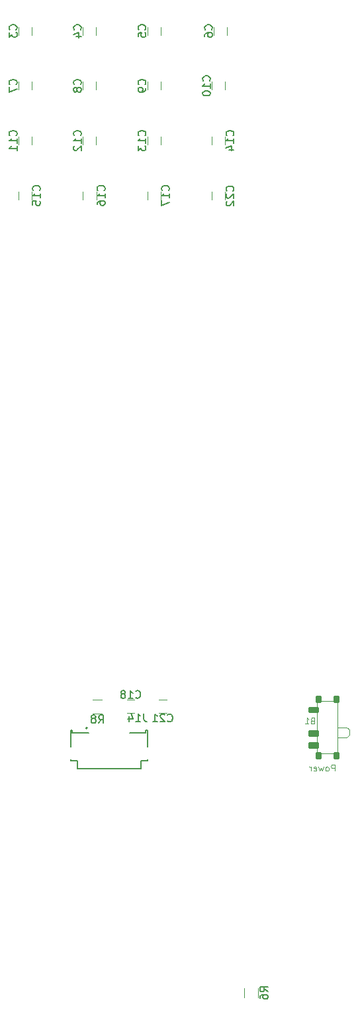
<source format=gbo>
G04 #@! TF.FileFunction,Legend,Bot*
%FSLAX46Y46*%
G04 Gerber Fmt 4.6, Leading zero omitted, Abs format (unit mm)*
G04 Created by KiCad (PCBNEW 4.0.7-e2-6376~58~ubuntu14.04.1) date Tue Sep  5 20:37:50 2017*
%MOMM*%
%LPD*%
G01*
G04 APERTURE LIST*
%ADD10C,0.100000*%
%ADD11C,0.381000*%
%ADD12C,0.120000*%
%ADD13C,0.150000*%
%ADD14C,0.050000*%
G04 APERTURE END LIST*
D10*
D11*
G36*
X154700000Y-116949800D02*
X154700000Y-117350000D01*
X155599900Y-117350000D01*
X155599900Y-116949800D01*
X154700000Y-116949800D01*
G37*
X154700000Y-116949800D02*
X154700000Y-117350000D01*
X155599900Y-117350000D01*
X155599900Y-116949800D01*
X154700000Y-116949800D01*
D10*
X155600000Y-122750000D02*
X155600000Y-116050000D01*
X155600000Y-116050000D02*
X158200000Y-116050000D01*
X158200000Y-119400000D02*
X158200000Y-120700000D01*
X158200000Y-120700000D02*
X158200000Y-122750000D01*
X158200000Y-122750000D02*
X155600000Y-122750000D01*
D11*
G36*
X154700000Y-119950107D02*
X154700000Y-120350000D01*
X155599750Y-120350000D01*
X155599750Y-119950107D01*
X154700000Y-119950107D01*
G37*
X154700000Y-119950107D02*
X154700000Y-120350000D01*
X155599750Y-120350000D01*
X155599750Y-119950107D01*
X154700000Y-119950107D01*
G36*
X154700000Y-121451750D02*
X154700000Y-121850000D01*
X155598890Y-121850000D01*
X155598890Y-121451750D01*
X154700000Y-121451750D01*
G37*
X154700000Y-121451750D02*
X154700000Y-121850000D01*
X155598890Y-121850000D01*
X155598890Y-121451750D01*
X154700000Y-121451750D01*
G36*
X155550000Y-122752280D02*
X155550000Y-123250000D01*
X155949355Y-123250000D01*
X155949355Y-122752280D01*
X155550000Y-122752280D01*
G37*
X155550000Y-122752280D02*
X155550000Y-123250000D01*
X155949355Y-123250000D01*
X155949355Y-122752280D01*
X155550000Y-122752280D01*
G36*
X157850000Y-122750250D02*
X157850000Y-123250000D01*
X158250100Y-123250000D01*
X158250100Y-122750250D01*
X157850000Y-122750250D01*
G37*
X157850000Y-122750250D02*
X157850000Y-123250000D01*
X158250100Y-123250000D01*
X158250100Y-122750250D01*
X157850000Y-122750250D01*
G36*
X157850000Y-115543090D02*
X157850000Y-116050000D01*
X158252420Y-116050000D01*
X158252420Y-115543090D01*
X157850000Y-115543090D01*
G37*
X157850000Y-115543090D02*
X157850000Y-116050000D01*
X158252420Y-116050000D01*
X158252420Y-115543090D01*
X157850000Y-115543090D01*
G36*
X155550000Y-115543150D02*
X155550000Y-116050000D01*
X155948309Y-116050000D01*
X155948309Y-115543150D01*
X155550000Y-115543150D01*
G37*
X155550000Y-115543150D02*
X155550000Y-116050000D01*
X155948309Y-116050000D01*
X155948309Y-115543150D01*
X155550000Y-115543150D01*
D10*
X158200000Y-119400000D02*
X159400000Y-119400000D01*
X159400000Y-119400000D02*
X159700000Y-119700000D01*
X159700000Y-119700000D02*
X159700000Y-120400000D01*
X159700000Y-120400000D02*
X159400000Y-120700000D01*
X159400000Y-120700000D02*
X158200000Y-120700000D01*
X158200000Y-119400000D02*
X158200000Y-116050000D01*
D12*
X117400000Y-31000000D02*
X117400000Y-30000000D01*
X119100000Y-30000000D02*
X119100000Y-31000000D01*
X125650000Y-31000000D02*
X125650000Y-30000000D01*
X127350000Y-30000000D02*
X127350000Y-31000000D01*
X133900000Y-31000000D02*
X133900000Y-30000000D01*
X135600000Y-30000000D02*
X135600000Y-31000000D01*
X142400000Y-31000000D02*
X142400000Y-30000000D01*
X144100000Y-30000000D02*
X144100000Y-31000000D01*
X117400000Y-38000000D02*
X117400000Y-37000000D01*
X119100000Y-37000000D02*
X119100000Y-38000000D01*
X125650000Y-38000000D02*
X125650000Y-37000000D01*
X127350000Y-37000000D02*
X127350000Y-38000000D01*
X133900000Y-38000000D02*
X133900000Y-37000000D01*
X135600000Y-37000000D02*
X135600000Y-38000000D01*
X142150000Y-38000000D02*
X142150000Y-37000000D01*
X143850000Y-37000000D02*
X143850000Y-38000000D01*
X117400000Y-45000000D02*
X117400000Y-44000000D01*
X119100000Y-44000000D02*
X119100000Y-45000000D01*
X125650000Y-45000000D02*
X125650000Y-44000000D01*
X127350000Y-44000000D02*
X127350000Y-45000000D01*
X133900000Y-45000000D02*
X133900000Y-44000000D01*
X135600000Y-44000000D02*
X135600000Y-45000000D01*
X143860000Y-44000000D02*
X143860000Y-45000000D01*
X142160000Y-45000000D02*
X142160000Y-44000000D01*
X119100000Y-51000000D02*
X119100000Y-52000000D01*
X117400000Y-52000000D02*
X117400000Y-51000000D01*
X127360000Y-51000000D02*
X127360000Y-52000000D01*
X125660000Y-52000000D02*
X125660000Y-51000000D01*
X135600000Y-51000000D02*
X135600000Y-52000000D01*
X133900000Y-52000000D02*
X133900000Y-51000000D01*
X131250000Y-115900000D02*
X132250000Y-115900000D01*
X132250000Y-117600000D02*
X131250000Y-117600000D01*
X136350000Y-117600000D02*
X135350000Y-117600000D01*
X135350000Y-115900000D02*
X136350000Y-115900000D01*
D13*
X126200000Y-119500000D02*
G75*
G03X126200000Y-119500000I-100000J0D01*
G01*
X124300000Y-120100000D02*
X126400000Y-120100000D01*
X133700000Y-120100000D02*
X131600000Y-120100000D01*
X124100000Y-123700000D02*
X124100000Y-123500000D01*
X124100000Y-119800000D02*
X124100000Y-121900000D01*
X133900000Y-123500000D02*
X133900000Y-123700000D01*
X133900000Y-120200000D02*
X133900000Y-121900000D01*
X133900000Y-123700000D02*
X133100000Y-123700000D01*
X133100000Y-123700000D02*
X133100000Y-124700000D01*
X133100000Y-124700000D02*
X124900000Y-124700000D01*
X124900000Y-124700000D02*
X124900000Y-123700000D01*
X124900000Y-123700000D02*
X124100000Y-123700000D01*
X124100000Y-119800000D02*
X124300000Y-119800000D01*
X124300000Y-119800000D02*
X124300000Y-120100000D01*
X133700000Y-120100000D02*
X133700000Y-119800000D01*
X133700000Y-119800000D02*
X133900000Y-119800000D01*
X133900000Y-119800000D02*
X133900000Y-120200000D01*
D12*
X146320000Y-152700000D02*
X146320000Y-153900000D01*
X148080000Y-153900000D02*
X148080000Y-152700000D01*
X128100000Y-115870000D02*
X126900000Y-115870000D01*
X126900000Y-117630000D02*
X128100000Y-117630000D01*
X143850000Y-51060000D02*
X143850000Y-52060000D01*
X142150000Y-52060000D02*
X142150000Y-51060000D01*
D14*
X155023996Y-118542824D02*
X154909644Y-118580941D01*
X154871527Y-118619058D01*
X154833410Y-118695292D01*
X154833410Y-118809644D01*
X154871527Y-118885878D01*
X154909644Y-118923996D01*
X154985879Y-118962113D01*
X155290816Y-118962113D01*
X155290816Y-118161652D01*
X155023996Y-118161652D01*
X154947761Y-118199769D01*
X154909644Y-118237886D01*
X154871527Y-118314121D01*
X154871527Y-118390355D01*
X154909644Y-118466589D01*
X154947761Y-118504707D01*
X155023996Y-118542824D01*
X155290816Y-118542824D01*
X154071066Y-118962113D02*
X154528472Y-118962113D01*
X154299769Y-118962113D02*
X154299769Y-118161652D01*
X154376003Y-118276003D01*
X154452238Y-118352238D01*
X154528472Y-118390355D01*
X157846728Y-124973472D02*
X157846728Y-124172816D01*
X157541716Y-124172816D01*
X157465463Y-124210942D01*
X157427336Y-124249068D01*
X157389210Y-124325321D01*
X157389210Y-124439701D01*
X157427336Y-124515954D01*
X157465463Y-124554080D01*
X157541716Y-124592207D01*
X157846728Y-124592207D01*
X156931692Y-124973472D02*
X157007945Y-124935345D01*
X157046072Y-124897219D01*
X157084198Y-124820966D01*
X157084198Y-124592207D01*
X157046072Y-124515954D01*
X157007945Y-124477827D01*
X156931692Y-124439701D01*
X156817313Y-124439701D01*
X156741060Y-124477827D01*
X156702933Y-124515954D01*
X156664807Y-124592207D01*
X156664807Y-124820966D01*
X156702933Y-124897219D01*
X156741060Y-124935345D01*
X156817313Y-124973472D01*
X156931692Y-124973472D01*
X156397922Y-124439701D02*
X156245416Y-124973472D01*
X156092910Y-124592207D01*
X155940404Y-124973472D01*
X155787898Y-124439701D01*
X155177875Y-124935345D02*
X155254128Y-124973472D01*
X155406634Y-124973472D01*
X155482887Y-124935345D01*
X155521013Y-124859092D01*
X155521013Y-124554080D01*
X155482887Y-124477827D01*
X155406634Y-124439701D01*
X155254128Y-124439701D01*
X155177875Y-124477827D01*
X155139748Y-124554080D01*
X155139748Y-124630333D01*
X155521013Y-124706586D01*
X154796610Y-124973472D02*
X154796610Y-124439701D01*
X154796610Y-124592207D02*
X154758483Y-124515954D01*
X154720357Y-124477827D01*
X154644104Y-124439701D01*
X154567851Y-124439701D01*
D13*
X117107143Y-30333334D02*
X117154762Y-30285715D01*
X117202381Y-30142858D01*
X117202381Y-30047620D01*
X117154762Y-29904762D01*
X117059524Y-29809524D01*
X116964286Y-29761905D01*
X116773810Y-29714286D01*
X116630952Y-29714286D01*
X116440476Y-29761905D01*
X116345238Y-29809524D01*
X116250000Y-29904762D01*
X116202381Y-30047620D01*
X116202381Y-30142858D01*
X116250000Y-30285715D01*
X116297619Y-30333334D01*
X116202381Y-30666667D02*
X116202381Y-31285715D01*
X116583333Y-30952381D01*
X116583333Y-31095239D01*
X116630952Y-31190477D01*
X116678571Y-31238096D01*
X116773810Y-31285715D01*
X117011905Y-31285715D01*
X117107143Y-31238096D01*
X117154762Y-31190477D01*
X117202381Y-31095239D01*
X117202381Y-30809524D01*
X117154762Y-30714286D01*
X117107143Y-30666667D01*
X125357143Y-30333334D02*
X125404762Y-30285715D01*
X125452381Y-30142858D01*
X125452381Y-30047620D01*
X125404762Y-29904762D01*
X125309524Y-29809524D01*
X125214286Y-29761905D01*
X125023810Y-29714286D01*
X124880952Y-29714286D01*
X124690476Y-29761905D01*
X124595238Y-29809524D01*
X124500000Y-29904762D01*
X124452381Y-30047620D01*
X124452381Y-30142858D01*
X124500000Y-30285715D01*
X124547619Y-30333334D01*
X124785714Y-31190477D02*
X125452381Y-31190477D01*
X124404762Y-30952381D02*
X125119048Y-30714286D01*
X125119048Y-31333334D01*
X133607143Y-30333334D02*
X133654762Y-30285715D01*
X133702381Y-30142858D01*
X133702381Y-30047620D01*
X133654762Y-29904762D01*
X133559524Y-29809524D01*
X133464286Y-29761905D01*
X133273810Y-29714286D01*
X133130952Y-29714286D01*
X132940476Y-29761905D01*
X132845238Y-29809524D01*
X132750000Y-29904762D01*
X132702381Y-30047620D01*
X132702381Y-30142858D01*
X132750000Y-30285715D01*
X132797619Y-30333334D01*
X132702381Y-31238096D02*
X132702381Y-30761905D01*
X133178571Y-30714286D01*
X133130952Y-30761905D01*
X133083333Y-30857143D01*
X133083333Y-31095239D01*
X133130952Y-31190477D01*
X133178571Y-31238096D01*
X133273810Y-31285715D01*
X133511905Y-31285715D01*
X133607143Y-31238096D01*
X133654762Y-31190477D01*
X133702381Y-31095239D01*
X133702381Y-30857143D01*
X133654762Y-30761905D01*
X133607143Y-30714286D01*
X142107143Y-30333334D02*
X142154762Y-30285715D01*
X142202381Y-30142858D01*
X142202381Y-30047620D01*
X142154762Y-29904762D01*
X142059524Y-29809524D01*
X141964286Y-29761905D01*
X141773810Y-29714286D01*
X141630952Y-29714286D01*
X141440476Y-29761905D01*
X141345238Y-29809524D01*
X141250000Y-29904762D01*
X141202381Y-30047620D01*
X141202381Y-30142858D01*
X141250000Y-30285715D01*
X141297619Y-30333334D01*
X141202381Y-31190477D02*
X141202381Y-31000000D01*
X141250000Y-30904762D01*
X141297619Y-30857143D01*
X141440476Y-30761905D01*
X141630952Y-30714286D01*
X142011905Y-30714286D01*
X142107143Y-30761905D01*
X142154762Y-30809524D01*
X142202381Y-30904762D01*
X142202381Y-31095239D01*
X142154762Y-31190477D01*
X142107143Y-31238096D01*
X142011905Y-31285715D01*
X141773810Y-31285715D01*
X141678571Y-31238096D01*
X141630952Y-31190477D01*
X141583333Y-31095239D01*
X141583333Y-30904762D01*
X141630952Y-30809524D01*
X141678571Y-30761905D01*
X141773810Y-30714286D01*
X117107143Y-37333334D02*
X117154762Y-37285715D01*
X117202381Y-37142858D01*
X117202381Y-37047620D01*
X117154762Y-36904762D01*
X117059524Y-36809524D01*
X116964286Y-36761905D01*
X116773810Y-36714286D01*
X116630952Y-36714286D01*
X116440476Y-36761905D01*
X116345238Y-36809524D01*
X116250000Y-36904762D01*
X116202381Y-37047620D01*
X116202381Y-37142858D01*
X116250000Y-37285715D01*
X116297619Y-37333334D01*
X116202381Y-37666667D02*
X116202381Y-38333334D01*
X117202381Y-37904762D01*
X125357143Y-37333334D02*
X125404762Y-37285715D01*
X125452381Y-37142858D01*
X125452381Y-37047620D01*
X125404762Y-36904762D01*
X125309524Y-36809524D01*
X125214286Y-36761905D01*
X125023810Y-36714286D01*
X124880952Y-36714286D01*
X124690476Y-36761905D01*
X124595238Y-36809524D01*
X124500000Y-36904762D01*
X124452381Y-37047620D01*
X124452381Y-37142858D01*
X124500000Y-37285715D01*
X124547619Y-37333334D01*
X124880952Y-37904762D02*
X124833333Y-37809524D01*
X124785714Y-37761905D01*
X124690476Y-37714286D01*
X124642857Y-37714286D01*
X124547619Y-37761905D01*
X124500000Y-37809524D01*
X124452381Y-37904762D01*
X124452381Y-38095239D01*
X124500000Y-38190477D01*
X124547619Y-38238096D01*
X124642857Y-38285715D01*
X124690476Y-38285715D01*
X124785714Y-38238096D01*
X124833333Y-38190477D01*
X124880952Y-38095239D01*
X124880952Y-37904762D01*
X124928571Y-37809524D01*
X124976190Y-37761905D01*
X125071429Y-37714286D01*
X125261905Y-37714286D01*
X125357143Y-37761905D01*
X125404762Y-37809524D01*
X125452381Y-37904762D01*
X125452381Y-38095239D01*
X125404762Y-38190477D01*
X125357143Y-38238096D01*
X125261905Y-38285715D01*
X125071429Y-38285715D01*
X124976190Y-38238096D01*
X124928571Y-38190477D01*
X124880952Y-38095239D01*
X133607143Y-37333334D02*
X133654762Y-37285715D01*
X133702381Y-37142858D01*
X133702381Y-37047620D01*
X133654762Y-36904762D01*
X133559524Y-36809524D01*
X133464286Y-36761905D01*
X133273810Y-36714286D01*
X133130952Y-36714286D01*
X132940476Y-36761905D01*
X132845238Y-36809524D01*
X132750000Y-36904762D01*
X132702381Y-37047620D01*
X132702381Y-37142858D01*
X132750000Y-37285715D01*
X132797619Y-37333334D01*
X133702381Y-37809524D02*
X133702381Y-38000000D01*
X133654762Y-38095239D01*
X133607143Y-38142858D01*
X133464286Y-38238096D01*
X133273810Y-38285715D01*
X132892857Y-38285715D01*
X132797619Y-38238096D01*
X132750000Y-38190477D01*
X132702381Y-38095239D01*
X132702381Y-37904762D01*
X132750000Y-37809524D01*
X132797619Y-37761905D01*
X132892857Y-37714286D01*
X133130952Y-37714286D01*
X133226190Y-37761905D01*
X133273810Y-37809524D01*
X133321429Y-37904762D01*
X133321429Y-38095239D01*
X133273810Y-38190477D01*
X133226190Y-38238096D01*
X133130952Y-38285715D01*
X141857143Y-36857143D02*
X141904762Y-36809524D01*
X141952381Y-36666667D01*
X141952381Y-36571429D01*
X141904762Y-36428571D01*
X141809524Y-36333333D01*
X141714286Y-36285714D01*
X141523810Y-36238095D01*
X141380952Y-36238095D01*
X141190476Y-36285714D01*
X141095238Y-36333333D01*
X141000000Y-36428571D01*
X140952381Y-36571429D01*
X140952381Y-36666667D01*
X141000000Y-36809524D01*
X141047619Y-36857143D01*
X141952381Y-37809524D02*
X141952381Y-37238095D01*
X141952381Y-37523809D02*
X140952381Y-37523809D01*
X141095238Y-37428571D01*
X141190476Y-37333333D01*
X141238095Y-37238095D01*
X140952381Y-38428571D02*
X140952381Y-38523810D01*
X141000000Y-38619048D01*
X141047619Y-38666667D01*
X141142857Y-38714286D01*
X141333333Y-38761905D01*
X141571429Y-38761905D01*
X141761905Y-38714286D01*
X141857143Y-38666667D01*
X141904762Y-38619048D01*
X141952381Y-38523810D01*
X141952381Y-38428571D01*
X141904762Y-38333333D01*
X141857143Y-38285714D01*
X141761905Y-38238095D01*
X141571429Y-38190476D01*
X141333333Y-38190476D01*
X141142857Y-38238095D01*
X141047619Y-38285714D01*
X141000000Y-38333333D01*
X140952381Y-38428571D01*
X117107143Y-43857143D02*
X117154762Y-43809524D01*
X117202381Y-43666667D01*
X117202381Y-43571429D01*
X117154762Y-43428571D01*
X117059524Y-43333333D01*
X116964286Y-43285714D01*
X116773810Y-43238095D01*
X116630952Y-43238095D01*
X116440476Y-43285714D01*
X116345238Y-43333333D01*
X116250000Y-43428571D01*
X116202381Y-43571429D01*
X116202381Y-43666667D01*
X116250000Y-43809524D01*
X116297619Y-43857143D01*
X117202381Y-44809524D02*
X117202381Y-44238095D01*
X117202381Y-44523809D02*
X116202381Y-44523809D01*
X116345238Y-44428571D01*
X116440476Y-44333333D01*
X116488095Y-44238095D01*
X117202381Y-45761905D02*
X117202381Y-45190476D01*
X117202381Y-45476190D02*
X116202381Y-45476190D01*
X116345238Y-45380952D01*
X116440476Y-45285714D01*
X116488095Y-45190476D01*
X125357143Y-43857143D02*
X125404762Y-43809524D01*
X125452381Y-43666667D01*
X125452381Y-43571429D01*
X125404762Y-43428571D01*
X125309524Y-43333333D01*
X125214286Y-43285714D01*
X125023810Y-43238095D01*
X124880952Y-43238095D01*
X124690476Y-43285714D01*
X124595238Y-43333333D01*
X124500000Y-43428571D01*
X124452381Y-43571429D01*
X124452381Y-43666667D01*
X124500000Y-43809524D01*
X124547619Y-43857143D01*
X125452381Y-44809524D02*
X125452381Y-44238095D01*
X125452381Y-44523809D02*
X124452381Y-44523809D01*
X124595238Y-44428571D01*
X124690476Y-44333333D01*
X124738095Y-44238095D01*
X124547619Y-45190476D02*
X124500000Y-45238095D01*
X124452381Y-45333333D01*
X124452381Y-45571429D01*
X124500000Y-45666667D01*
X124547619Y-45714286D01*
X124642857Y-45761905D01*
X124738095Y-45761905D01*
X124880952Y-45714286D01*
X125452381Y-45142857D01*
X125452381Y-45761905D01*
X133607143Y-43857143D02*
X133654762Y-43809524D01*
X133702381Y-43666667D01*
X133702381Y-43571429D01*
X133654762Y-43428571D01*
X133559524Y-43333333D01*
X133464286Y-43285714D01*
X133273810Y-43238095D01*
X133130952Y-43238095D01*
X132940476Y-43285714D01*
X132845238Y-43333333D01*
X132750000Y-43428571D01*
X132702381Y-43571429D01*
X132702381Y-43666667D01*
X132750000Y-43809524D01*
X132797619Y-43857143D01*
X133702381Y-44809524D02*
X133702381Y-44238095D01*
X133702381Y-44523809D02*
X132702381Y-44523809D01*
X132845238Y-44428571D01*
X132940476Y-44333333D01*
X132988095Y-44238095D01*
X132702381Y-45142857D02*
X132702381Y-45761905D01*
X133083333Y-45428571D01*
X133083333Y-45571429D01*
X133130952Y-45666667D01*
X133178571Y-45714286D01*
X133273810Y-45761905D01*
X133511905Y-45761905D01*
X133607143Y-45714286D01*
X133654762Y-45666667D01*
X133702381Y-45571429D01*
X133702381Y-45285714D01*
X133654762Y-45190476D01*
X133607143Y-45142857D01*
X144867143Y-43857143D02*
X144914762Y-43809524D01*
X144962381Y-43666667D01*
X144962381Y-43571429D01*
X144914762Y-43428571D01*
X144819524Y-43333333D01*
X144724286Y-43285714D01*
X144533810Y-43238095D01*
X144390952Y-43238095D01*
X144200476Y-43285714D01*
X144105238Y-43333333D01*
X144010000Y-43428571D01*
X143962381Y-43571429D01*
X143962381Y-43666667D01*
X144010000Y-43809524D01*
X144057619Y-43857143D01*
X144962381Y-44809524D02*
X144962381Y-44238095D01*
X144962381Y-44523809D02*
X143962381Y-44523809D01*
X144105238Y-44428571D01*
X144200476Y-44333333D01*
X144248095Y-44238095D01*
X144295714Y-45666667D02*
X144962381Y-45666667D01*
X143914762Y-45428571D02*
X144629048Y-45190476D01*
X144629048Y-45809524D01*
X120107143Y-50857143D02*
X120154762Y-50809524D01*
X120202381Y-50666667D01*
X120202381Y-50571429D01*
X120154762Y-50428571D01*
X120059524Y-50333333D01*
X119964286Y-50285714D01*
X119773810Y-50238095D01*
X119630952Y-50238095D01*
X119440476Y-50285714D01*
X119345238Y-50333333D01*
X119250000Y-50428571D01*
X119202381Y-50571429D01*
X119202381Y-50666667D01*
X119250000Y-50809524D01*
X119297619Y-50857143D01*
X120202381Y-51809524D02*
X120202381Y-51238095D01*
X120202381Y-51523809D02*
X119202381Y-51523809D01*
X119345238Y-51428571D01*
X119440476Y-51333333D01*
X119488095Y-51238095D01*
X119202381Y-52714286D02*
X119202381Y-52238095D01*
X119678571Y-52190476D01*
X119630952Y-52238095D01*
X119583333Y-52333333D01*
X119583333Y-52571429D01*
X119630952Y-52666667D01*
X119678571Y-52714286D01*
X119773810Y-52761905D01*
X120011905Y-52761905D01*
X120107143Y-52714286D01*
X120154762Y-52666667D01*
X120202381Y-52571429D01*
X120202381Y-52333333D01*
X120154762Y-52238095D01*
X120107143Y-52190476D01*
X128367143Y-50857143D02*
X128414762Y-50809524D01*
X128462381Y-50666667D01*
X128462381Y-50571429D01*
X128414762Y-50428571D01*
X128319524Y-50333333D01*
X128224286Y-50285714D01*
X128033810Y-50238095D01*
X127890952Y-50238095D01*
X127700476Y-50285714D01*
X127605238Y-50333333D01*
X127510000Y-50428571D01*
X127462381Y-50571429D01*
X127462381Y-50666667D01*
X127510000Y-50809524D01*
X127557619Y-50857143D01*
X128462381Y-51809524D02*
X128462381Y-51238095D01*
X128462381Y-51523809D02*
X127462381Y-51523809D01*
X127605238Y-51428571D01*
X127700476Y-51333333D01*
X127748095Y-51238095D01*
X127462381Y-52666667D02*
X127462381Y-52476190D01*
X127510000Y-52380952D01*
X127557619Y-52333333D01*
X127700476Y-52238095D01*
X127890952Y-52190476D01*
X128271905Y-52190476D01*
X128367143Y-52238095D01*
X128414762Y-52285714D01*
X128462381Y-52380952D01*
X128462381Y-52571429D01*
X128414762Y-52666667D01*
X128367143Y-52714286D01*
X128271905Y-52761905D01*
X128033810Y-52761905D01*
X127938571Y-52714286D01*
X127890952Y-52666667D01*
X127843333Y-52571429D01*
X127843333Y-52380952D01*
X127890952Y-52285714D01*
X127938571Y-52238095D01*
X128033810Y-52190476D01*
X136607143Y-50857143D02*
X136654762Y-50809524D01*
X136702381Y-50666667D01*
X136702381Y-50571429D01*
X136654762Y-50428571D01*
X136559524Y-50333333D01*
X136464286Y-50285714D01*
X136273810Y-50238095D01*
X136130952Y-50238095D01*
X135940476Y-50285714D01*
X135845238Y-50333333D01*
X135750000Y-50428571D01*
X135702381Y-50571429D01*
X135702381Y-50666667D01*
X135750000Y-50809524D01*
X135797619Y-50857143D01*
X136702381Y-51809524D02*
X136702381Y-51238095D01*
X136702381Y-51523809D02*
X135702381Y-51523809D01*
X135845238Y-51428571D01*
X135940476Y-51333333D01*
X135988095Y-51238095D01*
X135702381Y-52142857D02*
X135702381Y-52809524D01*
X136702381Y-52380952D01*
X132392857Y-115607143D02*
X132440476Y-115654762D01*
X132583333Y-115702381D01*
X132678571Y-115702381D01*
X132821429Y-115654762D01*
X132916667Y-115559524D01*
X132964286Y-115464286D01*
X133011905Y-115273810D01*
X133011905Y-115130952D01*
X132964286Y-114940476D01*
X132916667Y-114845238D01*
X132821429Y-114750000D01*
X132678571Y-114702381D01*
X132583333Y-114702381D01*
X132440476Y-114750000D01*
X132392857Y-114797619D01*
X131440476Y-115702381D02*
X132011905Y-115702381D01*
X131726191Y-115702381D02*
X131726191Y-114702381D01*
X131821429Y-114845238D01*
X131916667Y-114940476D01*
X132011905Y-114988095D01*
X130869048Y-115130952D02*
X130964286Y-115083333D01*
X131011905Y-115035714D01*
X131059524Y-114940476D01*
X131059524Y-114892857D01*
X131011905Y-114797619D01*
X130964286Y-114750000D01*
X130869048Y-114702381D01*
X130678571Y-114702381D01*
X130583333Y-114750000D01*
X130535714Y-114797619D01*
X130488095Y-114892857D01*
X130488095Y-114940476D01*
X130535714Y-115035714D01*
X130583333Y-115083333D01*
X130678571Y-115130952D01*
X130869048Y-115130952D01*
X130964286Y-115178571D01*
X131011905Y-115226190D01*
X131059524Y-115321429D01*
X131059524Y-115511905D01*
X131011905Y-115607143D01*
X130964286Y-115654762D01*
X130869048Y-115702381D01*
X130678571Y-115702381D01*
X130583333Y-115654762D01*
X130535714Y-115607143D01*
X130488095Y-115511905D01*
X130488095Y-115321429D01*
X130535714Y-115226190D01*
X130583333Y-115178571D01*
X130678571Y-115130952D01*
X136492857Y-118607143D02*
X136540476Y-118654762D01*
X136683333Y-118702381D01*
X136778571Y-118702381D01*
X136921429Y-118654762D01*
X137016667Y-118559524D01*
X137064286Y-118464286D01*
X137111905Y-118273810D01*
X137111905Y-118130952D01*
X137064286Y-117940476D01*
X137016667Y-117845238D01*
X136921429Y-117750000D01*
X136778571Y-117702381D01*
X136683333Y-117702381D01*
X136540476Y-117750000D01*
X136492857Y-117797619D01*
X136111905Y-117797619D02*
X136064286Y-117750000D01*
X135969048Y-117702381D01*
X135730952Y-117702381D01*
X135635714Y-117750000D01*
X135588095Y-117797619D01*
X135540476Y-117892857D01*
X135540476Y-117988095D01*
X135588095Y-118130952D01*
X136159524Y-118702381D01*
X135540476Y-118702381D01*
X134588095Y-118702381D02*
X135159524Y-118702381D01*
X134873810Y-118702381D02*
X134873810Y-117702381D01*
X134969048Y-117845238D01*
X135064286Y-117940476D01*
X135159524Y-117988095D01*
X133409523Y-117652381D02*
X133409523Y-118366667D01*
X133457143Y-118509524D01*
X133552381Y-118604762D01*
X133695238Y-118652381D01*
X133790476Y-118652381D01*
X132409523Y-118652381D02*
X132980952Y-118652381D01*
X132695238Y-118652381D02*
X132695238Y-117652381D01*
X132790476Y-117795238D01*
X132885714Y-117890476D01*
X132980952Y-117938095D01*
X131552380Y-117985714D02*
X131552380Y-118652381D01*
X131790476Y-117604762D02*
X132028571Y-118319048D01*
X131409523Y-118319048D01*
X149302381Y-153133334D02*
X148826190Y-152800000D01*
X149302381Y-152561905D02*
X148302381Y-152561905D01*
X148302381Y-152942858D01*
X148350000Y-153038096D01*
X148397619Y-153085715D01*
X148492857Y-153133334D01*
X148635714Y-153133334D01*
X148730952Y-153085715D01*
X148778571Y-153038096D01*
X148826190Y-152942858D01*
X148826190Y-152561905D01*
X148302381Y-153990477D02*
X148302381Y-153800000D01*
X148350000Y-153704762D01*
X148397619Y-153657143D01*
X148540476Y-153561905D01*
X148730952Y-153514286D01*
X149111905Y-153514286D01*
X149207143Y-153561905D01*
X149254762Y-153609524D01*
X149302381Y-153704762D01*
X149302381Y-153895239D01*
X149254762Y-153990477D01*
X149207143Y-154038096D01*
X149111905Y-154085715D01*
X148873810Y-154085715D01*
X148778571Y-154038096D01*
X148730952Y-153990477D01*
X148683333Y-153895239D01*
X148683333Y-153704762D01*
X148730952Y-153609524D01*
X148778571Y-153561905D01*
X148873810Y-153514286D01*
X127666666Y-118852381D02*
X128000000Y-118376190D01*
X128238095Y-118852381D02*
X128238095Y-117852381D01*
X127857142Y-117852381D01*
X127761904Y-117900000D01*
X127714285Y-117947619D01*
X127666666Y-118042857D01*
X127666666Y-118185714D01*
X127714285Y-118280952D01*
X127761904Y-118328571D01*
X127857142Y-118376190D01*
X128238095Y-118376190D01*
X127095238Y-118280952D02*
X127190476Y-118233333D01*
X127238095Y-118185714D01*
X127285714Y-118090476D01*
X127285714Y-118042857D01*
X127238095Y-117947619D01*
X127190476Y-117900000D01*
X127095238Y-117852381D01*
X126904761Y-117852381D01*
X126809523Y-117900000D01*
X126761904Y-117947619D01*
X126714285Y-118042857D01*
X126714285Y-118090476D01*
X126761904Y-118185714D01*
X126809523Y-118233333D01*
X126904761Y-118280952D01*
X127095238Y-118280952D01*
X127190476Y-118328571D01*
X127238095Y-118376190D01*
X127285714Y-118471429D01*
X127285714Y-118661905D01*
X127238095Y-118757143D01*
X127190476Y-118804762D01*
X127095238Y-118852381D01*
X126904761Y-118852381D01*
X126809523Y-118804762D01*
X126761904Y-118757143D01*
X126714285Y-118661905D01*
X126714285Y-118471429D01*
X126761904Y-118376190D01*
X126809523Y-118328571D01*
X126904761Y-118280952D01*
X144857143Y-50917143D02*
X144904762Y-50869524D01*
X144952381Y-50726667D01*
X144952381Y-50631429D01*
X144904762Y-50488571D01*
X144809524Y-50393333D01*
X144714286Y-50345714D01*
X144523810Y-50298095D01*
X144380952Y-50298095D01*
X144190476Y-50345714D01*
X144095238Y-50393333D01*
X144000000Y-50488571D01*
X143952381Y-50631429D01*
X143952381Y-50726667D01*
X144000000Y-50869524D01*
X144047619Y-50917143D01*
X144047619Y-51298095D02*
X144000000Y-51345714D01*
X143952381Y-51440952D01*
X143952381Y-51679048D01*
X144000000Y-51774286D01*
X144047619Y-51821905D01*
X144142857Y-51869524D01*
X144238095Y-51869524D01*
X144380952Y-51821905D01*
X144952381Y-51250476D01*
X144952381Y-51869524D01*
X144047619Y-52250476D02*
X144000000Y-52298095D01*
X143952381Y-52393333D01*
X143952381Y-52631429D01*
X144000000Y-52726667D01*
X144047619Y-52774286D01*
X144142857Y-52821905D01*
X144238095Y-52821905D01*
X144380952Y-52774286D01*
X144952381Y-52202857D01*
X144952381Y-52821905D01*
M02*

</source>
